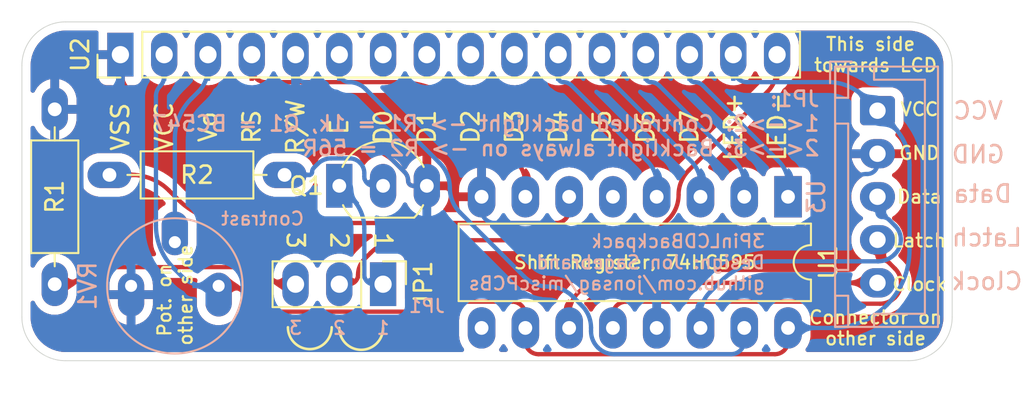
<source format=kicad_pcb>
(kicad_pcb (version 20211014) (generator pcbnew)
  (layers (0 "F.Cu" signal) (31 "B.Cu" signal) (34 "B.Paste" user) (35 "F.Paste" user) (36 "B.SilkS" user "B.Silkscreen") (37 "F.SilkS" user "F.Silkscreen") (38 "B.Mask" user) (39 "F.Mask" user) (44 "Edge.Cuts" user))
  (net 0 "")
  (net 1 "Net-(Q1-Pad2)")
  (net 2 "Net-(RV1-Pad2)")
  (net 3 "Net-(U1-Pad15)")
  (net 4 "Net-(U1-Pad7)")
  (net 5 "Net-(U1-Pad4)")
  (net 6 "Net-(U1-Pad3)")
  (net 7 "Net-(U1-Pad2)")
  (net 8 "Net-(U1-Pad1)")
  (net 9 "Net-(JP1-Pad1)")
  (net 10 "Net-(JP1-Pad2)")
  (net 11 "Net-(JP1-Pad3)")
  (net 12 "GND")
  (net 13 "VCC")
  (net 16 "Net-(U1-Pad11)")
  (net 17 "Net-(U1-Pad12)")
  (net 18 "Net-(U1-Pad14)")
  (net 23 "Net-(R2-Pad1)")
  (footprint "My_Misc:TO-92_Inline_Wide_large" (layer "F.Cu") (at 149.86 61.595)
    (fp_text reference "Q1")
    (fp_text value "BC547")
  )
  (footprint "My_Misc:DIP-16_W7.62mm_LongPads w socket" (layer "F.Cu") (at 175.895 62.23 -90)
    (fp_text reference "U1")
    (fp_text value "74HC595")
  )
  (footprint "My_Parts:LCD_HD44780_16x2_w_headers_no outlinelarge" (layer "F.Cu") (at 137.16 53.975)
    (fp_text reference "U2")
    (fp_text value "LCD_HD44780" hide)
  )
  (footprint "My_Misc:R_Axial_DIN0207_L6.3mm_D2.5mm_P10.16mm_Horizontal_larger_pads" (layer "F.Cu") (at 133.35 57.15 -90)
    (fp_text reference "R1")
    (fp_text value "56R" hide)
  )
  (footprint "My_Misc:R_Axial_DIN0207_L6.3mm_D2.5mm_P10.16mm_Horizontal_larger_pads" (layer "F.Cu") (at 136.525 60.96)
    (fp_text reference "R2")
    (fp_text value "1k")
  )
  (footprint "My_Parts:Angled_Jumper_1x03_P2.54mm_large" (layer "F.Cu") (at 152.4 67.31 -90)
    (fp_text reference "JP1")
    (fp_text value "Backlight control")
  )
  (footprint "My_Misc:Potentiometer_Bourns_3339P_Vertical_large" (layer "B.Cu") (at 142.86 67.4065 -90)
    (fp_text reference "RV1")
    (fp_text value "10k")
  )
  (footprint "My_Headers:5-pin JST LiquidCrystal595" (layer "B.Cu") (at 181.085 57.23 -90)
    (fp_text reference "U3")
    (fp_text value "5-pin_LiquidCrystal595_connector" hide)
  )
  (gr_line (start 131.445 69.215) (end 131.445 54.61) (layer "Edge.Cuts") (width 0.05))
  (gr_arc (start 133.985 71.755) (mid 132.188949 71.011051) (end 131.445 69.215) (layer "Edge.Cuts") (width 0.05))
  (gr_line (start 133.985 52.07) (end 182.88 52.07) (layer "Edge.Cuts") (width 0.05))
  (gr_arc (start 185.42 69.215) (mid 184.676051 71.011051) (end 182.88 71.755) (layer "Edge.Cuts") (width 0.05))
  (gr_line (start 182.88 71.755) (end 181.61 71.755) (layer "Edge.Cuts") (width 0.05))
  (gr_line (start 185.42 69.215) (end 185.42 54.61) (layer "Edge.Cuts") (width 0.05))
  (gr_line (start 181.61 71.755) (end 133.985 71.755) (layer "Edge.Cuts") (width 0.05))
  (gr_arc (start 131.445 54.61) (mid 132.188949 52.813949) (end 133.985 52.07) (layer "Edge.Cuts") (width 0.05))
  (gr_arc (start 182.88 52.07) (mid 184.676051 52.813949) (end 185.42 54.61) (layer "Edge.Cuts") (width 0.05))
  (gr_text "2" (at 149.86 69.85) (layer "B.SilkS") (effects (font (size 0.762 0.762) (thickness 0.127)) (justify mirror)))
  (gr_text "3" (at 147.32 69.85) (layer "B.SilkS") (effects (font (size 0.762 0.762) (thickness 0.127)) (justify mirror)))
  (gr_text "Contrast" (at 145.415 63.5) (layer "B.SilkS") (effects (font (size 0.762 0.762) (thickness 0.127)) (justify mirror)))
  (gr_text "JP1" (at 154.94 68.58) (layer "B.SilkS") (effects (font (size 0.762 0.762) (thickness 0.127)) (justify mirror)))
  (gr_text "3PinLCDBackpack\nDesign: Jon Sagebrand\ngithub.com/jonsag/miscPCBs" (at 174.625 66.04) (layer "B.SilkS") (effects (font (size 0.762 0.762) (thickness 0.127)) (justify left mirror)))
  (gr_text "1" (at 152.4 69.85) (layer "B.SilkS") (effects (font (size 0.762 0.762) (thickness 0.127)) (justify mirror)))
  (gr_text "JP1:\n1<->2: Controlled backlight -> R1 = 1k, Q1 = BC547\n2<->3: Backlight always on -> R2 = 56R" (at 177.8 57.979996) (layer "B.SilkS") (effects (font (size 0.889 0.889)) (justify left mirror)))
  (gr_text "Clock" (at 183.515 67.31) (layer "F.SilkS") (effects (font (size 0.762 0.762) (thickness 0.127))))
  (gr_text "Data" (at 183.515 62.23) (layer "F.SilkS") (effects (font (size 0.762 0.762) (thickness 0.127))))
  (gr_text "Latch" (at 183.515 64.77) (layer "F.SilkS") (effects (font (size 0.762 0.762) (thickness 0.127))))
  (gr_text "VCC" (at 183.515 57.15) (layer "F.SilkS") (effects (font (size 0.762 0.762) (thickness 0.127))))
  (gr_text "Shift Register, 74HC595" (at 167.005 66.04) (layer "F.SilkS") (effects (font (size 0.762 0.762) (thickness 0.127))))
  (gr_text "Pot. on \nother side" (at 140.335 67.945 90) (layer "F.SilkS") (effects (font (size 0.762 0.762) (thickness 0.127))))
  (gr_text "GND" (at 183.515 59.69) (layer "F.SilkS") (effects (font (size 0.762 0.762) (thickness 0.127))))
  (gr_text "Connector on\nother side" (at 180.975 69.85) (layer "F.SilkS") (effects (font (size 0.762 0.762) (thickness 0.127))))
  (gr_text "This side \ntowards LCD" (at 180.975 53.975) (layer "F.SilkS") (effects (font (size 0.762 0.762) (thickness 0.127))))
  (segment (start 151.3127 61.05135) (end 151.3127 60.86691) (width 0.25) (layer "B.Cu") (net 1))
  (segment (start 148.390396 60.538503) (end 148.60475 60.32415) (width 0.25) (layer "B.Cu") (net 1))
  (segment (start 151.85635 61.595) (end 152.4 61.595) (width 0.25) (layer "B.Cu") (net 1))
  (segment (start 150.445489 59.9997) (end 149.388041 59.9997) (width 0.25) (layer "B.Cu") (net 1))
  (segment (start 148.1246 60.96) (end 146.685 60.96) (width 0.25) (layer "B.Cu") (net 1))
  (arc (start 149.388041 59.9997) (mid 148.964127 60.084021) (end 148.60475 60.32415) (width 0.25) (layer "B.Cu") (net 1))
  (arc (start 148.2803 60.8043) (mid 148.234696 60.914396) (end 148.1246 60.96) (width 0.25) (layer "B.Cu") (net 1))
  (arc (start 151.3127 61.05135) (mid 151.471931 61.435768) (end 151.85635 61.595) (width 0.25) (layer "B.Cu") (net 1))
  (arc (start 151.0587 60.2537) (mid 150.777356 60.065712) (end 150.445489 59.9997) (width 0.25) (layer "B.Cu") (net 1))
  (arc (start 151.0587 60.2537) (mid 151.246687 60.535043) (end 151.3127 60.86691) (width 0.25) (layer "B.Cu") (net 1))
  (arc (start 148.390396 60.538503) (mid 148.308913 60.660451) (end 148.2803 60.8043) (width 0.25) (layer "B.Cu") (net 1))
  (segment (start 140.32 58.847945) (end 140.32 64.8665) (width 0.25) (layer "B.Cu") (net 2))
  (segment (start 141.675976 56.134323) (end 141.28 56.5303) (width 0.25) (layer "B.Cu") (net 2))
  (segment (start 142.24 54.77265) (end 142.24 53.975) (width 0.25) (layer "B.Cu") (net 2))
  (arc (start 141.28 56.5303) (mid 140.569495 57.593644) (end 140.32 58.847945) (width 0.25) (layer "B.Cu") (net 2))
  (arc (start 142.24 54.77265) (mid 142.093414 55.509582) (end 141.675976 56.134323) (width 0.25) (layer "B.Cu") (net 2))
  (segment (start 164.465 70.031636) (end 164.465 69.83675) (width 0.25) (layer "B.Cu") (net 3))
  (segment (start 155.674553 60.263153) (end 151.37828 55.96688) (width 0.25) (layer "B.Cu") (net 3))
  (segment (start 156.869846 63.148846) (end 160.58226 66.86126) (width 0.25) (layer "B.Cu") (net 3))
  (segment (start 163.413839 68.034139) (end 163.933644 68.553944) (width 0.25) (layer "B.Cu") (net 3))
  (segment (start 149.86 55.00945) (end 149.86 53.975) (width 0.25) (layer "B.Cu") (net 3))
  (segment (start 172.59235 71.3753) (end 165.808663 71.3753) (width 0.25) (layer "B.Cu") (net 3))
  (segment (start 173.355 70.61265) (end 173.355 69.85) (width 0.25) (layer "B.Cu") (net 3))
  (arc (start 163.933644 68.553944) (mid 164.326905 69.1425) (end 164.465 69.83675) (width 0.25) (layer "B.Cu") (net 3))
  (arc (start 151.37828 55.96688) (mid 150.939007 55.673367) (end 150.42085 55.5703) (width 0.25) (layer "B.Cu") (net 3))
  (arc (start 164.85855 70.98175) (mid 165.294465 71.273019) (end 165.808663 71.3753) (width 0.25) (layer "B.Cu") (net 3))
  (arc (start 149.86 55.00945) (mid 150.024269 55.40603) (end 150.42085 55.5703) (width 0.25) (layer "B.Cu") (net 3))
  (arc (start 164.465 70.031636) (mid 164.56728 70.545834) (end 164.85855 70.98175) (width 0.25) (layer "B.Cu") (net 3))
  (arc (start 160.58226 66.86126) (mid 161.23183 67.295289) (end 161.99805 67.4477) (width 0.25) (layer "B.Cu") (net 3))
  (arc (start 173.355 70.61265) (mid 173.131624 71.151924) (end 172.59235 71.3753) (width 0.25) (layer "B.Cu") (net 3))
  (arc (start 163.413839 68.034139) (mid 162.764269 67.60011) (end 161.99805 67.4477) (width 0.25) (layer "B.Cu") (net 3))
  (arc (start 155.674553 60.263153) (mid 156.116876 60.925136) (end 156.2722 61.706) (width 0.25) (layer "B.Cu") (net 3))
  (arc (start 156.2722 61.706) (mid 156.427523 62.486862) (end 156.869846 63.148846) (width 0.25) (layer "B.Cu") (net 3))
  (segment (start 160.655 61.46735) (end 160.655 62.23) (width 0.25) (layer "F.Cu") (net 4))
  (segment (start 145.57765 55.5703) (end 153.266636 55.5703) (width 0.25) (layer "F.Cu") (net 4))
  (segment (start 144.78 54.77265) (end 144.78 53.975) (width 0.25) (layer "F.Cu") (net 4))
  (segment (start 160.115725 60.165425) (end 157.114392 57.164092) (width 0.25) (layer "F.Cu") (net 4))
  (arc (start 144.78 54.77265) (mid 145.013626 55.336673) (end 145.57765 55.5703) (width 0.25) (layer "F.Cu") (net 4))
  (arc (start 157.114392 57.164092) (mid 155.349026 55.984513) (end 153.266636 55.5703) (width 0.25) (layer "F.Cu") (net 4))
  (arc (start 160.115725 60.165425) (mid 160.514846 60.762753) (end 160.655 61.46735) (width 0.25) (layer "F.Cu") (net 4))
  (segment (start 162.56 55.28) (end 162.56 53.975) (width 0.25) (layer "B.Cu") (net 5))
  (segment (start 167.735725 60.165425) (end 163.345873 55.775573) (width 0.25) (layer "B.Cu") (net 5))
  (segment (start 168.275 61.46735) (end 168.275 62.23) (width 0.25) (layer "B.Cu") (net 5))
  (arc (start 163.345873 55.775573) (mid 163.118502 55.623648) (end 162.8503 55.5703) (width 0.25) (layer "B.Cu") (net 5))
  (arc (start 162.56 55.28) (mid 162.645026 55.485273) (end 162.8503 55.5703) (width 0.25) (layer "B.Cu") (net 5))
  (arc (start 167.735725 60.165425) (mid 168.134846 60.762753) (end 168.275 61.46735) (width 0.25) (layer "B.Cu") (net 5))
  (segment (start 165.1 55.28) (end 165.1 53.975) (width 0.25) (layer "B.Cu") (net 6))
  (segment (start 170.275725 60.165425) (end 165.885873 55.775573) (width 0.25) (layer "B.Cu") (net 6))
  (segment (start 170.815 61.46735) (end 170.815 62.23) (width 0.25) (layer "B.Cu") (net 6))
  (arc (start 165.885873 55.775573) (mid 165.658502 55.623648) (end 165.3903 55.5703) (width 0.25) (layer "B.Cu") (net 6))
  (arc (start 170.275725 60.165425) (mid 170.674846 60.762753) (end 170.815 61.46735) (width 0.25) (layer "B.Cu") (net 6))
  (arc (start 165.1 55.28) (mid 165.185026 55.485273) (end 165.3903 55.5703) (width 0.25) (layer "B.Cu") (net 6))
  (segment (start 172.815725 60.165425) (end 168.425873 55.775573) (width 0.25) (layer "B.Cu") (net 7))
  (segment (start 173.355 61.46735) (end 173.355 62.23) (width 0.25) (layer "B.Cu") (net 7))
  (segment (start 167.64 55.28) (end 167.64 53.975) (width 0.25) (layer "B.Cu") (net 7))
  (arc (start 167.64 55.28) (mid 167.725026 55.485273) (end 167.9303 55.5703) (width 0.25) (layer "B.Cu") (net 7))
  (arc (start 172.815725 60.165425) (mid 173.214846 60.762753) (end 173.355 61.46735) (width 0.25) (layer "B.Cu") (net 7))
  (arc (start 168.425873 55.775573) (mid 168.198502 55.623648) (end 167.9303 55.5703) (width 0.25) (layer "B.Cu") (net 7))
  (segment (start 175.895 61.46735) (end 175.895 62.23) (width 0.25) (layer "B.Cu") (net 8))
  (segment (start 175.355725 60.165425) (end 170.965873 55.775573) (width 0.25) (layer "B.Cu") (net 8))
  (segment (start 170.18 55.28) (end 170.18 53.975) (width 0.25) (layer "B.Cu") (net 8))
  (arc (start 175.355725 60.165425) (mid 175.754846 60.762753) (end 175.895 61.46735) (width 0.25) (layer "B.Cu") (net 8))
  (arc (start 170.18 55.28) (mid 170.265026 55.485273) (end 170.4703 55.5703) (width 0.25) (layer "B.Cu") (net 8))
  (arc (start 170.965873 55.775573) (mid 170.738502 55.623648) (end 170.4703 55.5703) (width 0.25) (layer "B.Cu") (net 8))
  (segment (start 151.85635 67.31) (end 152.4 67.31) (width 0.25) (layer "B.Cu") (net 9))
  (segment (start 150.58635 62.32135) (end 149.86 61.595) (width 0.25) (layer "B.Cu") (net 9))
  (segment (start 151.3127 66.76635) (end 151.3127 64.074914) (width 0.25) (layer "B.Cu") (net 9))
  (arc (start 151.3127 66.76635) (mid 151.471931 67.150768) (end 151.85635 67.31) (width 0.25) (layer "B.Cu") (net 9))
  (arc (start 150.58635 62.32135) (mid 151.123927 63.125892) (end 151.3127 64.074914) (width 0.25) (layer "B.Cu") (net 9))
  (segment (start 175.26 54.77265) (end 175.26 53.975) (width 0.25) (layer "F.Cu") (net 10))
  (segment (start 151.680549 65.489449) (end 151.331718 65.838281) (width 0.25) (layer "F.Cu") (net 10))
  (segment (start 150.40365 67.31) (end 149.86 67.31) (width 0.25) (layer "F.Cu") (net 10))
  (segment (start 174.695976 56.134323) (end 170.134479 60.69582) (width 0.25) (layer "F.Cu") (net 10))
  (segment (start 168.643199 63.854399) (end 168.95552 63.542079) (width 0.25) (layer "F.Cu") (net 10))
  (segment (start 153.450772 64.7562) (end 166.466062 64.7562) (width 0.25) (layer "F.Cu") (net 10))
  (arc (start 150.9473 66.76635) (mid 150.788068 67.150768) (end 150.40365 67.31) (width 0.25) (layer "F.Cu") (net 10))
  (arc (start 151.331718 65.838281) (mid 151.047206 66.264082) (end 150.9473 66.76635) (width 0.25) (layer "F.Cu") (net 10))
  (arc (start 170.134479 60.69582) (mid 169.6982 61.348757) (end 169.545 62.11895) (width 0.25) (layer "F.Cu") (net 10))
  (arc (start 175.26 54.77265) (mid 175.113414 55.509582) (end 174.695976 56.134323) (width 0.25) (layer "F.Cu") (net 10))
  (arc (start 169.545 62.11895) (mid 169.391799 62.889142) (end 168.95552 63.542079) (width 0.25) (layer "F.Cu") (net 10))
  (arc (start 153.450772 64.7562) (mid 152.492734 64.946765) (end 151.680549 65.489449) (width 0.25) (layer "F.Cu") (net 10))
  (arc (start 168.643199 63.854399) (mid 167.64432 64.521829) (end 166.466062 64.7562) (width 0.25) (layer "F.Cu") (net 10))
  (segment (start 144.541127 66.3191) (end 136.128872 66.3191) (width 0.25) (layer "F.Cu") (net 11))
  (segment (start 146.77635 67.31) (end 147.32 67.31) (width 0.25) (layer "F.Cu") (net 11))
  (segment (start 145.848281 66.925581) (end 145.73725 66.81455) (width 0.25) (layer "F.Cu") (net 11))
  (segment (start 133.89365 67.31) (end 133.35 67.31) (width 0.25) (layer "F.Cu") (net 11))
  (segment (start 134.821718 66.925581) (end 134.93275 66.81455) (width 0.25) (layer "F.Cu") (net 11))
  (arc (start 145.73725 66.81455) (mid 145.188464 66.447863) (end 144.541127 66.3191) (width 0.25) (layer "F.Cu") (net 11))
  (arc (start 134.821718 66.925581) (mid 134.395916 67.210092) (end 133.89365 67.31) (width 0.25) (layer "F.Cu") (net 11))
  (arc (start 145.848281 66.925581) (mid 146.274082 67.210092) (end 146.77635 67.31) (width 0.25) (layer "F.Cu") (net 11))
  (arc (start 136.128872 66.3191) (mid 135.481535 66.447863) (end 134.93275 66.81455) (width 0.25) (layer "F.Cu") (net 11))
  (segment (start 151.119451 59.3992) (end 143.242863 59.3992) (width 0.25) (layer "F.Cu") (net 12))
  (segment (start 139.395107 57.805407) (end 137.724023 56.134323) (width 0.25) (layer "F.Cu") (net 12))
  (segment (start 137.16 54.77265) (end 137.16 53.975) (width 0.25) (layer "F.Cu") (net 12))
  (segment (start 155.48365 61.595) (end 155.578287 61.595) (width 0.25) (layer "F.Cu") (net 12))
  (segment (start 153.05215 60.19975) (end 153.642441 60.790041) (width 0.25) (layer "F.Cu") (net 12))
  (segment (start 155.48365 61.595) (end 154.39635 61.595) (width 0.25) (layer "F.Cu") (net 12))
  (segment (start 154.39635 61.595) (end 154.15005 61.595) (width 0.25) (layer "F.Cu") (net 12))
  (segment (start 157.111312 62.23) (end 158.115 62.23) (width 0.25) (layer "F.Cu") (net 12))
  (arc (start 139.395107 57.805407) (mid 141.160472 58.984986) (end 143.242863 59.3992) (width 0.25) (layer "F.Cu") (net 12))
  (arc (start 156.3448 61.9125) (mid 156.696478 62.147484) (end 157.111312 62.23) (width 0.25) (layer "F.Cu") (net 12))
  (arc (start 153.642441 60.790041) (mid 153.798055 61.022934) (end 153.8527 61.29765) (width 0.25) (layer "F.Cu") (net 12))
  (arc (start 137.16 54.77265) (mid 137.306584 55.509582) (end 137.724023 56.134323) (width 0.25) (layer "F.Cu") (net 12))
  (arc (start 153.05215 60.19975) (mid 152.16542 59.607256) (end 151.119451 59.3992) (width 0.25) (layer "F.Cu") (net 12))
  (arc (start 153.8527 61.29765) (mid 153.939791 61.507908) (end 154.15005 61.595) (width 0.25) (layer "F.Cu") (net 12))
  (arc (start 156.3448 61.9125) (mid 155.99312 61.677515) (end 155.578287 61.595) (width 0.25) (layer "F.Cu") (net 12))
  (segment (start 153.642441 60.790041) (end 148.812563 55.960163) (width 0.25) (layer "B.Cu") (net 12))
  (segment (start 154.15005 61.595) (end 154.94 61.595) (width 0.25) (layer "B.Cu") (net 12))
  (segment (start 134.6657 57.15) (end 135.1225 57.15) (width 0.25) (layer "B.Cu") (net 12))
  (segment (start 168.275 69.08735) (end 168.275 69.85) (width 0.25) (layer "B.Cu") (net 12))
  (segment (start 168.814274 67.785424) (end 170.626166 65.973533) (width 0.25) (layer "B.Cu") (net 12))
  (segment (start 161.451636 63.7553) (end 158.87765 63.7553) (width 0.25) (layer "B.Cu") (net 12))
  (segment (start 135.822908 56.907391) (end 136.595976 56.134323) (width 0.25) (layer "B.Cu") (net 12))
  (segment (start 177.822133 62.992866) (end 179.494168 61.320831) (width 0.25) (layer "B.Cu") (net 12))
  (segment (start 135.2372 57.15) (end 135.1225 57.15) (width 0.25) (layer "B.Cu") (net 12))
  (segment (start 134.6657 57.15) (end 134.2089 57.15) (width 0.25) (layer "B.Cu") (net 12))
  (segment (start 136.33705 64.87625) (end 137.395581 65.934781) (width 0.25) (layer "B.Cu") (net 12))
  (segment (start 167.735725 67.785425) (end 165.299392 65.349092) (width 0.25) (layer "B.Cu") (net 12))
  (segment (start 134.8941 61.39266) (end 134.8941 57.3784) (width 0.25) (layer "B.Cu") (net 12))
  (segment (start 158.115 62.99265) (end 158.115 62.23) (width 0.25) (layer "B.Cu") (net 12))
  (segment (start 137.78 66.86285) (end 137.78 67.4065) (width 0.25) (layer "B.Cu") (net 12))
  (segment (start 147.32 55.01895) (end 147.32 53.975) (width 0.25) (layer "B.Cu") (net 12))
  (segment (start 137.16 54.77265) (end 137.16 53.975) (width 0.25) (layer "B.Cu") (net 12))
  (segment (start 134.2089 57.15) (end 133.35 57.15) (width 0.25) (layer "B.Cu") (net 12))
  (segment (start 181.085 60.31765) (end 181.085 59.73) (width 0.25) (layer "B.Cu") (net 12))
  (arc (start 167.735725 67.785425) (mid 168.274999 68.008799) (end 168.814274 67.785424) (width 0.25) (layer "B.Cu") (net 12))
  (arc (start 158.115 62.99265) (mid 158.338375 63.531924) (end 158.87765 63.7553) (width 0.25) (layer "B.Cu") (net 12))
  (arc (start 134.8941 61.39266) (mid 135.26911 63.277965) (end 136.33705 64.87625) (width 0.25) (layer "B.Cu") (net 12))
  (arc (start 137.395581 65.934781) (mid 137.680092 66.360582) (end 137.78 66.86285) (width 0.25) (layer "B.Cu") (net 12))
  (arc (start 148.812563 55.960163) (mid 148.38073 55.671622) (end 147.87135 55.5703) (width 0.25) (layer "B.Cu") (net 12))
  (arc (start 135.822908 56.907391) (mid 135.554182 57.086947) (end 135.2372 57.15) (width 0.25) (layer "B.Cu") (net 12))
  (arc (start 181.085 60.31765) (mid 180.912881 60.733181) (end 180.49735 60.9053) (width 0.25) (layer "B.Cu") (net 12))
  (arc (start 180.49735 60.9053) (mid 179.954432 61.013292) (end 179.494168 61.320831) (width 0.25) (layer "B.Cu") (net 12))
  (arc (start 177.822133 62.992866) (mid 176.171364 64.095874) (end 174.22415 64.4832) (width 0.25) (layer "B.Cu") (net 12))
  (arc (start 134.8941 57.3784) (mid 134.827203 57.216896) (end 134.6657 57.15) (width 0.25) (layer "B.Cu") (net 12))
  (arc (start 153.8527 61.29765) (mid 153.939791 61.507908) (end 154.15005 61.595) (width 0.25) (layer "B.Cu") (net 12))
  (arc (start 137.16 54.77265) (mid 137.013414 55.509582) (end 136.595976 56.134323) (width 0.25) (layer "B.Cu") (net 12))
  (arc (start 135.1225 57.15) (mid 134.960996 57.216896) (end 134.8941 57.3784) (width 0.25) (layer "B.Cu") (net 12))
  (arc (start 153.642441 60.790041) (mid 153.798055 61.022934) (end 153.8527 61.29765) (width 0.25) (layer "B.Cu") (net 12))
  (arc (start 168.814274 67.785424) (mid 168.415152 68.382753) (end 168.275 69.08735) (width 0.25) (layer "B.Cu") (net 12))
  (arc (start 174.22415 64.4832) (mid 172.276935 64.870524) (end 170.626166 65.973533) (width 0.25) (layer "B.Cu") (net 12))
  (arc (start 168.275 69.08735) (mid 168.134846 68.382753) (end 167.735725 67.785425) (width 0.25) (layer "B.Cu") (net 12))
  (arc (start 165.299392 65.349092) (mid 163.534026 64.169513) (end 161.451636 63.7553) (width 0.25) (layer "B.Cu") (net 12))
  (arc (start 147.32 55.01895) (mid 147.481486 55.408813) (end 147.87135 55.5703) (width 0.25) (layer "B.Cu") (net 12))
  (segment (start 155.912616 68.3247) (end 159.89235 68.3247) (width 0.25) (layer "F.Cu") (net 13))
  (segment (start 160.655 69.08735) (end 160.655 70.61265) (width 0.25) (layer "F.Cu") (net 13))
  (segment (start 144.331718 67.790918) (end 144.69675 68.15595) (width 0.25) (layer "F.Cu") (net 13))
  (segment (start 143.40365 67.4065) (end 142.86 67.4065) (width 0.25) (layer "F.Cu") (net 13))
  (segment (start 175.895 70.61265) (end 175.895 69.85) (width 0.25) (layer "F.Cu") (net 13))
  (segment (start 154.510683 68.9054) (end 146.506082 68.9054) (width 0.25) (layer "F.Cu") (net 13))
  (segment (start 175.13235 71.3753) (end 161.41765 71.3753) (width 0.25) (layer "F.Cu") (net 13))
  (arc (start 160.655 70.61265) (mid 160.878375 71.151924) (end 161.41765 71.3753) (width 0.25) (layer "F.Cu") (net 13))
  (arc (start 144.69675 68.15595) (mid 145.526878 68.710624) (end 146.506082 68.9054) (width 0.25) (layer "F.Cu") (net 13))
  (arc (start 175.895 70.61265) (mid 175.671624 71.151924) (end 175.13235 71.3753) (width 0.25) (layer "F.Cu") (net 13))
  (arc (start 155.912616 68.3247) (mid 155.533256 68.400159) (end 155.21165 68.61505) (width 0.25) (layer "F.Cu") (net 13))
  (arc (start 155.21165 68.61505) (mid 154.890043 68.82994) (end 154.510683 68.9054) (width 0.25) (layer "F.Cu") (net 13))
  (arc (start 160.655 69.08735) (mid 160.431624 68.548075) (end 159.89235 68.3247) (width 0.25) (layer "F.Cu") (net 13))
  (arc (start 144.331718 67.790918) (mid 143.905916 67.506406) (end 143.40365 67.4065) (width 0.25) (layer "F.Cu") (net 13))
  (segment (start 140.719219 66.847319) (end 140.2509 66.379) (width 0.25) (layer "B.Cu") (net 13))
  (segment (start 178.419837 69.85) (end 175.895 69.85) (width 0.25) (layer "B.Cu") (net 13))
  (segment (start 181.91485 58.05985) (end 182.01425 58.15925) (width 0.25) (layer "B.Cu") (net 13))
  (segment (start 180.25515 56.40015) (end 181.91485 58.05985) (width 0.25) (layer "B.Cu") (net 13))
  (segment (start 182.9435 65.326337) (end 182.9435 60.402657) (width 0.25) (layer "B.Cu") (net 13))
  (segment (start 172.72 54.77265) (end 172.72 53.975) (width 0.25) (layer "B.Cu") (net 13))
  (segment (start 139.2234 63.898395) (end 139.2234 56.383907) (width 0.25) (layer "B.Cu") (net 13))
  (segment (start 142.0692 67.4065) (end 142.86 67.4065) (width 0.25) (layer "B.Cu") (net 13))
  (segment (start 178.251714 55.5703) (end 173.51765 55.5703) (width 0.25) (layer "B.Cu") (net 13))
  (segment (start 139.7 55.233292) (end 139.7 53.975) (width 0.25) (layer "B.Cu") (net 13))
  (arc (start 181.61855 68.52505) (mid 180.150968 69.505656) (end 178.419837 69.85) (width 0.25) (layer "B.Cu") (net 13))
  (arc (start 140.719219 66.847319) (mid 141.338595 67.261173) (end 142.0692 67.4065) (width 0.25) (layer "B.Cu") (net 13))
  (arc (start 182.9435 65.326337) (mid 182.599156 67.057468) (end 181.61855 68.52505) (width 0.25) (layer "B.Cu") (net 13))
  (arc (start 180.25515 56.40015) (mid 179.335965 55.78597) (end 178.251714 55.5703) (width 0.25) (layer "B.Cu") (net 13))
  (arc (start 139.4617 55.8086) (mid 139.285332 56.072553) (end 139.2234 56.383907) (width 0.25) (layer "B.Cu") (net 13))
  (arc (start 139.2234 63.898395) (mid 139.490438 65.240888) (end 140.2509 66.379) (width 0.25) (layer "B.Cu") (net 13))
  (arc (start 139.7 55.233292) (mid 139.638067 55.544646) (end 139.4617 55.8086) (width 0.25) (layer "B.Cu") (net 13))
  (arc (start 182.01425 58.15925) (mid 182.701995 59.188534) (end 182.9435 60.402657) (width 0.25) (layer "B.Cu") (net 13))
  (arc (start 172.72 54.77265) (mid 172.953626 55.336673) (end 173.51765 55.5703) (width 0.25) (layer "B.Cu") (net 13))
  (segment (start 180.41435 67.23) (end 179.07305 67.23) (width 0.25) (layer "F.Cu") (net 16))
  (segment (start 163.195 69.08735) (end 163.195 69.85) (width 0.25) (layer "F.Cu") (net 16))
  (segment (start 180.41435 67.23) (end 181.085 67.23) (width 0.25) (layer "F.Cu") (net 16))
  (segment (start 165.063769 67.23) (end 179.07305 67.23) (width 0.25) (layer "F.Cu") (net 16))
  (segment (start 163.742349 67.777349) (end 163.734274 67.785425) (width 0.25) (layer "F.Cu") (net 16))
  (arc (start 165.063769 67.23) (mid 164.348622 67.372251) (end 163.742349 67.777349) (width 0.25) (layer "F.Cu") (net 16))
  (arc (start 163.734274 67.785425) (mid 163.335152 68.382753) (end 163.195 69.08735) (width 0.25) (layer "F.Cu") (net 16))
  (segment (start 181.230208 68.4427) (end 179.945138 68.4427) (width 0.25) (layer "F.Cu") (net 17))
  (segment (start 182.103826 68.073673) (end 182.0916 68.0859) (width 0.25) (layer "F.Cu") (net 17))
  (segment (start 181.780997 66.087097) (end 182.103826 66.409926) (width 0.25) (layer "F.Cu") (net 17))
  (segment (start 165.735 69.08735) (end 165.735 69.85) (width 0.25) (layer "F.Cu") (net 17))
  (segment (start 181.085 65.6482) (end 181.085 64.73) (width 0.25) (layer "F.Cu") (net 17))
  (segment (start 179.660261 68.3247) (end 166.49765 68.3247) (width 0.25) (layer "F.Cu") (net 17))
  (arc (start 179.8027 68.3837) (mid 179.737348 68.340033) (end 179.660261 68.3247) (width 0.25) (layer "F.Cu") (net 17))
  (arc (start 182.103826 66.409926) (mid 182.358848 66.791593) (end 182.4484 67.2418) (width 0.25) (layer "F.Cu") (net 17))
  (arc (start 182.0916 68.0859) (mid 181.69639 68.34997) (end 181.230208 68.4427) (width 0.25) (layer "F.Cu") (net 17))
  (arc (start 182.4484 67.2418) (mid 182.358848 67.692006) (end 182.103826 68.073673) (width 0.25) (layer "F.Cu") (net 17))
  (arc (start 181.780997 66.087097) (mid 181.579629 65.952547) (end 181.3421 65.9053) (width 0.25) (layer "F.Cu") (net 17))
  (arc (start 166.49765 68.3247) (mid 165.958375 68.548075) (end 165.735 69.08735) (width 0.25) (layer "F.Cu") (net 17))
  (arc (start 181.085 65.6482) (mid 181.160302 65.829997) (end 181.3421 65.9053) (width 0.25) (layer "F.Cu") (net 17))
  (arc (start 179.8027 68.3837) (mid 179.868051 68.427366) (end 179.945138 68.4427) (width 0.25) (layer "F.Cu") (net 17))
  (segment (start 171.987349 67.152349) (end 171.354274 67.785425) (width 0.25) (layer "B.Cu") (net 18))
  (segment (start 182.10312 65.542579) (end 182.05355 65.59215) (width 0.25) (layer "B.Cu") (net 18))
  (segment (start 181.780997 63.587097) (end 182.10312 63.90922) (width 0.25) (layer "B.Cu") (net 18))
  (segment (start 181.085 63.1482) (end 181.085 62.23) (width 0.25) (layer "B.Cu") (net 18))
  (segment (start 174.817653 65.98) (end 181.117197 65.98) (width 0.25) (layer "B.Cu") (net 18))
  (segment (start 170.815 69.08735) (end 170.815 69.85) (width 0.25) (layer "B.Cu") (net 18))
  (arc (start 171.354274 67.785425) (mid 170.955152 68.382753) (end 170.815 69.08735) (width 0.25) (layer "B.Cu") (net 18))
  (arc (start 181.085 63.1482) (mid 181.160302 63.329997) (end 181.3421 63.4053) (width 0.25) (layer "B.Cu") (net 18))
  (arc (start 174.817653 65.98) (mid 173.285903 66.284683) (end 171.987349 67.152349) (width 0.25) (layer "B.Cu") (net 18))
  (arc (start 182.05355 65.59215) (mid 181.623947 65.879201) (end 181.117197 65.98) (width 0.25) (layer "B.Cu") (net 18))
  (arc (start 182.10312 63.90922) (mid 182.353483 64.283916) (end 182.4414 64.7259) (width 0.25) (layer "B.Cu") (net 18))
  (arc (start 181.780997 63.587097) (mid 181.579629 63.452547) (end 181.3421 63.4053) (width 0.25) (layer "B.Cu") (net 18))
  (arc (start 182.4414 64.7259) (mid 182.353483 65.167883) (end 182.10312 65.542579) (width 0.25) (layer "B.Cu") (net 18))
  (segment (start 137.7996 60.96) (end 136.525 60.96) (width 0.25) (layer "F.Cu") (net 23))
  (segment (start 139.975478 61.861278) (end 140.47185 62.35765) (width 0.25) (layer "F.Cu") (net 23))
  (segment (start 143.846075 63.7553) (end 162.43235 63.7553) (width 0.25) (layer "F.Cu") (net 23))
  (segment (start 163.195 62.99265) (end 163.195 62.23) (width 0.25) (layer "F.Cu") (net 23))
  (arc (start 163.195 62.99265) (mid 162.971624 63.531924) (end 162.43235 63.7553) (width 0.25) (layer "F.Cu") (net 23))
  (arc (start 140.47185 62.35765) (mid 142.019957 63.392062) (end 143.846075 63.7553) (width 0.25) (layer "F.Cu") (net 23))
  (arc (start 139.975478 61.861278) (mid 138.977176 61.194234) (end 137.7996 60.96) (width 0.25) (layer "F.Cu") (net 23))
  (zone (net 4) (net_name "Net-(U1-Pad7)") (layer "F.Cu") (priority 16962) (connect_pads yes (clearance 0)) (min_thickness 0.0254) (fill yes (thermal_gap 0.508) (thermal_bridge_width 0.508))
    (polygon (pts (xy 144.905 55.497) (xy 144.913887 55.317934) (xy 144.939093 55.170728) (xy 144.978431 55.04844) (xy 145.029713 54.944129) (xy 145.090754 54.850857) (xy 145.159366 54.761682) (xy 145.233364 54.669664) (xy 145.310559 54.567862) (xy 145.388767 54.449337) (xy 145.4658 54.307148) (xy 144.78 53.594) (xy 144.0942 54.307148) (xy 144.171232 54.449337) (xy 144.24944 54.567862) (xy 144.326635 54.669664) (xy 144.400633 54.761682) (xy 144.469245 54.850857) (xy 144.530286 54.944129) (xy 144.581568 55.04844) (xy 144.620906 55.170728) (xy 144.646112 55.317934) (xy 144.655 55.497)))
  )
  (zone (net 17) (net_name "Net-(U1-Pad12)") (layer "F.Cu") (priority 16962) (connect_pads yes (clearance 0)) (min_thickness 0.0254) (fill yes (thermal_gap 0.508) (thermal_bridge_width 0.508))
    (polygon (pts (xy 181.695012 65.824337) (xy 181.631909 65.748412) (xy 181.59696 65.676789) (xy 181.586156 65.608149) (xy 181.595491 65.541175) (xy 181.620957 65.474548) (xy 181.658546 65.406951) (xy 181.704253 65.337067) (xy 181.754068 65.263576) (xy 181.803986 65.185161) (xy 181.85 65.100506) (xy 181.085 64.305) (xy 180.48396 65.33104) (xy 180.594619 65.431501) (xy 180.697392 65.506595) (xy 180.794634 65.563045) (xy 180.888699 65.607579) (xy 180.981942 65.646919) (xy 181.076717 65.687792) (xy 181.17538 65.736923) (xy 181.280284 65.801036) (xy 181.393785 65.886857) (xy 181.518237 66.001112)))
  )
  (zone (net 17) (net_name "Net-(U1-Pad12)") (layer "F.Cu") (priority 16962) (connect_pads yes (clearance 0)) (min_thickness 0.0254) (fill yes (thermal_gap 0.508) (thermal_bridge_width 0.508))
    (polygon (pts (xy 165.8097 68.1997) (xy 165.714056 68.223508) (xy 165.67416 68.288131) (xy 165.676454 68.383364) (xy 165.70738 68.499005) (xy 165.753381 68.62485) (xy 165.8009 68.750694) (xy 165.836378 68.866335) (xy 165.84626 68.961568) (xy 165.816986 69.026191) (xy 165.735 69.05) (xy 165.735 70.25) (xy 166.455 69.501289) (xy 166.362677 69.352918) (xy 166.237647 69.203992) (xy 166.094491 69.058317) (xy 165.947791 68.919706) (xy 165.812127 68.791967) (xy 165.702081 68.67891) (xy 165.632234 68.584345) (xy 165.617167 68.512082) (xy 165.671462 68.46593) (xy 165.8097 68.4497)))
  )
  (zone (net 13) (net_name "VCC") (layer "F.Cu") (priority 16962) (connect_pads yes (clearance 0)) (min_thickness 0.0254) (fill yes (thermal_gap 0.508) (thermal_bridge_width 0.508))
    (polygon (pts (xy 160.5803 68.4497) (xy 160.718537 68.46593) (xy 160.772832 68.512082) (xy 160.757765 68.584345) (xy 160.687918 68.67891) (xy 160.577872 68.791967) (xy 160.442208 68.919706) (xy 160.295508 69.058317) (xy 160.152352 69.203992) (xy 160.027322 69.352918) (xy 159.935 69.501289) (xy 160.655 70.25) (xy 160.655 69.05) (xy 160.573013 69.026191) (xy 160.543739 68.961568) (xy 160.553621 68.866335) (xy 160.589099 68.750694) (xy 160.636618 68.62485) (xy 160.682619 68.499005) (xy 160.713545 68.383364) (xy 160.715839 68.288131) (xy 160.675943 68.223508) (xy 160.5803 68.1997)))
  )
  (zone (net 4) (net_name "Net-(U1-Pad7)") (layer "F.Cu") (priority 16962) (connect_pads yes (clearance 0)) (min_thickness 0.0254) (fill yes (thermal_gap 0.508) (thermal_bridge_width 0.508))
    (polygon (pts (xy 160.513791 60.740267) (xy 160.614141 60.868432) (xy 160.650893 60.983913) (xy 160.634711 61.090293) (xy 160.576258 61.191158) (xy 160.486198 61.290092) (xy 160.375193 61.390682) (xy 160.253907 61.496511) (xy 160.133004 61.611165) (xy 160.023147 61.738229) (xy 159.935 61.881289) (xy 160.655 62.63) (xy 161.220685 61.664315) (xy 161.124975 61.552625) (xy 161.060803 61.445079) (xy 161.019899 61.340256) (xy 160.993996 61.236737) (xy 160.974825 61.133102) (xy 160.954118 61.02793) (xy 160.923607 60.919803) (xy 160.875023 60.807301) (xy 160.800099 60.689003) (xy 160.690567 60.563491)))
  )
  (zone (net 23) (net_name "Net-(R2-Pad1)") (layer "F.Cu") (priority 16962) (connect_pads yes (clearance 0)) (min_thickness 0.0254) (fill yes (thermal_gap 0.508) (thermal_bridge_width 0.508))
    (polygon (pts (xy 138.047 60.835) (xy 137.867934 60.826112) (xy 137.720728 60.800906) (xy 137.59844 60.761568) (xy 137.494129 60.710286) (xy 137.400857 60.649245) (xy 137.311682 60.580633) (xy 137.219664 60.506635) (xy 137.117862 60.42944) (xy 136.999337 60.351232) (xy 136.857148 60.2742) (xy 136.144 60.96) (xy 136.857148 61.6458) (xy 136.999337 61.568767) (xy 137.117862 61.490559) (xy 137.219664 61.413364) (xy 137.311682 61.339366) (xy 137.400857 61.270754) (xy 137.494129 61.209713) (xy 137.59844 61.158431) (xy 137.720728 61.119093) (xy 137.867934 61.093887) (xy 138.047 61.085)))
  )
  (zone (net 13) (net_name "VCC") (layer "F.Cu") (priority 16962) (connect_pads yes (clearance 0)) (min_thickness 0.0254) (fill yes (thermal_gap 0.508) (thermal_bridge_width 0.508))
    (polygon (pts (xy 160.7297 71.2503) (xy 160.591462 71.234069) (xy 160.537167 71.187917) (xy 160.552234 71.115654) (xy 160.622081 71.021089) (xy 160.732127 70.908032) (xy 160.867791 70.780293) (xy 161.014491 70.641682) (xy 161.157647 70.496007) (xy 161.282677 70.347081) (xy 161.375 70.198711) (xy 160.655 69.45) (xy 160.655 70.65) (xy 160.736986 70.673808) (xy 160.76626 70.738431) (xy 160.756378 70.833664) (xy 160.7209 70.949305) (xy 160.673381 71.07515) (xy 160.62738 71.200994) (xy 160.596454 71.316635) (xy 160.59416 71.411868) (xy 160.634056 71.476491) (xy 160.7297 71.5003)))
  )
  (zone (net 0) (net_name "") (layers F&B.Cu) (connect_pads (clearance 0.508)) (min_thickness 0.254) (fill yes (thermal_gap 0.508) (thermal_bridge_width 0.508))
    (polygon (pts (xy 186.69 73.025) (xy 130.175 73.025) (xy 130.175 50.8) (xy 186.69 50.8)))
  )
  (zone (net 13) (net_name "VCC") (layer "F.Cu") (priority 16962) (connect_pads yes (clearance 0)) (min_thickness 0.0254) (fill yes (thermal_gap 0.508) (thermal_bridge_width 0.508))
    (polygon (pts (xy 175.8203 71.5003) (xy 175.915943 71.476491) (xy 175.955839 71.411868) (xy 175.953545 71.316635) (xy 175.922619 71.200994) (xy 175.876618 71.07515) (xy 175.829099 70.949305) (xy 175.793621 70.833664) (xy 175.783739 70.738431) (xy 175.813013 70.673808) (xy 175.895 70.65) (xy 175.895 69.45) (xy 175.175 70.198711) (xy 175.267322 70.347081) (xy 175.392352 70.496007) (xy 175.535508 70.641682) (xy 175.682208 70.780293) (xy 175.817872 70.908032) (xy 175.927918 71.021089) (xy 175.997765 71.115654) (xy 176.012832 71.187917) (xy 175.958537 71.234069) (xy 175.8203 71.2503)))
  )
  (zone (net 12) (net_name "GND") (layers F&B.Cu) (connect_pads (clearance 0.508)) (min_thickness 0.254) (fill yes (thermal_gap 0.508) (thermal_bridge_width 0.508))
    (polygon (pts (xy 186.055 72.39) (xy 130.81 72.39) (xy 130.81 51.435) (xy 186.055 51.435)))
  )
  (zone (net 11) (net_name "Net-(JP1-Pad3)") (layer "F.Cu") (priority 16962) (connect_pads yes (clearance 0)) (min_thickness 0.0254) (fill yes (thermal_gap 0.508) (thermal_bridge_width 0.508))
    (polygon (pts (xy 145.829862 67.083938) (xy 145.951113 67.199968) (xy 146.058049 67.292734) (xy 146.153861 67.367665) (xy 146.241742 67.430189) (xy 146.324883 67.485736) (xy 146.406475 67.539734) (xy 146.489709 67.597612) (xy 146.577778 67.664798) (xy 146.673873 67.746723) (xy 146.781185 67.848815) (xy 147.701 67.31) (xy 146.987852 66.6242) (xy 146.871816 66.689484) (xy 146.765112 66.76353) (xy 146.665733 66.839968) (xy 146.571673 66.912431) (xy 146.480925 66.974552) (xy 146.391482 67.019963) (xy 146.301339 67.042297) (xy 146.208488 67.035186) (xy 146.110923 66.992264) (xy 146.006638 66.907162)))
  )
  (zone (net 11) (net_name "Net-(JP1-Pad3)") (layer "F.Cu") (priority 16962) (connect_pads yes (clearance 0)) (min_thickness 0.0254) (fill yes (thermal_gap 0.508) (thermal_bridge_width 0.508))
    (polygon (pts (xy 134.663362 66.907162) (xy 134.559076 66.992264) (xy 134.461511 67.035186) (xy 134.36866 67.042297) (xy 134.278517 67.019963) (xy 134.189074 66.974552) (xy 134.098326 66.912431) (xy 134.004266 66.839968) (xy 133.904887 66.76353) (xy 133.798183 66.689484) (xy 133.682148 66.6242) (xy 132.969 67.31) (xy 133.888815 67.848815) (xy 133.996126 67.746723) (xy 134.092221 67.664798) (xy 134.18029 67.597612) (xy 134.263524 67.539734) (xy 134.345116 67.485736) (xy 134.428257 67.430189) (xy 134.516138 67.367665) (xy 134.61195 67.292734) (xy 134.718886 67.199968) (xy 134.840138 67.083938)))
  )
  (zone (net 16) (net_name "Net-(U1-Pad11)") (layer "F.Cu") (priority 16962) (connect_pads yes (clearance 0)) (min_thickness 0.0254) (fill yes (thermal_gap 0.508) (thermal_bridge_width 0.508))
    (polygon (pts (xy 163.159433 68.183491) (xy 163.0499 68.309003) (xy 162.974976 68.427301) (xy 162.926392 68.539803) (xy 162.895881 68.64793) (xy 162.875174 68.753102) (xy 162.856003 68.856737) (xy 162.8301 68.960256) (xy 162.789196 69.065079) (xy 162.725024 69.172625) (xy 162.629315 69.284315) (xy 163.195 70.25) (xy 163.915 69.501289) (xy 163.826852 69.358229) (xy 163.716995 69.231165) (xy 163.596092 69.116511) (xy 163.474806 69.010682) (xy 163.363801 68.910092) (xy 163.273741 68.811158) (xy 163.215288 68.710293) (xy 163.199106 68.603913) (xy 163.235858 68.488432) (xy 163.336209 68.360267)))
  )
  (zone (net 10) (net_name "Net-(JP1-Pad2)") (layer "F.Cu") (priority 16962) (connect_pads yes (clearance 0)) (min_thickness 0.0254) (fill yes (thermal_gap 0.508) (thermal_bridge_width 0.508))
    (polygon (pts (xy 150.8223 66.8653) (xy 150.811872 66.94402) (xy 150.782424 66.982195) (xy 150.736706 66.986461) (xy 150.677467 66.963451) (xy 150.607459 66.919802) (xy 150.529433 66.862149) (xy 150.446138 66.797127) (xy 150.360325 66.731371) (xy 150.274745 66.671517) (xy 150.192148 66.6242) (xy 149.479 67.31) (xy 150.622 67.31) (xy 150.634608 67.238396) (xy 150.668831 67.187153) (xy 150.719264 67.150896) (xy 150.780505 67.124251) (xy 150.84715 67.101844) (xy 150.913794 67.078302) (xy 150.975035 67.048251) (xy 151.025468 67.006316) (xy 151.059691 66.947123) (xy 151.0723 66.8653)))
  )
  (zone (net 10) (net_name "Net-(JP1-Pad2)") (layer "F.Cu") (priority 16962) (connect_pads yes (clearance 0)) (min_thickness 0.0254) (fill yes (thermal_gap 0.508) (thermal_bridge_width 0.508))
    (polygon (pts (xy 175.385 55.497) (xy 175.393887 55.317934) (xy 175.419093 55.170728) (xy 175.458431 55.04844) (xy 175.509713 54.944129) (xy 175.570754 54.850857) (xy 175.639366 54.761682) (xy 175.713364 54.669664) (xy 175.790559 54.567862) (xy 175.868767 54.449337) (xy 175.9458 54.307148) (xy 175.26 53.594) (xy 174.5742 54.307148) (xy 174.651232 54.449337) (xy 174.72944 54.567862) (xy 174.806635 54.669664) (xy 174.880633 54.761682) (xy 174.949245 54.850857) (xy 175.010286 54.944129) (xy 175.061568 55.04844) (xy 175.100906 55.170728) (xy 175.126112 55.317934) (xy 175.135 55.497)))
  )
  (zone (net 23) (net_name "Net-(R2-Pad1)") (layer "F.Cu") (priority 16962) (connect_pads yes (clearance 0)) (min_thickness 0.0254) (fill yes (thermal_gap 0.508) (thermal_bridge_width 0.508))
    (polygon (pts (xy 163.1203 63.8803) (xy 163.215943 63.856491) (xy 163.255839 63.791868) (xy 163.253545 63.696635) (xy 163.222619 63.580994) (xy 163.176618 63.45515) (xy 163.129099 63.329305) (xy 163.093621 63.213664) (xy 163.083739 63.118431) (xy 163.113013 63.053808) (xy 163.195 63.03) (xy 163.195 61.83) (xy 162.475 62.578711) (xy 162.567322 62.727081) (xy 162.692352 62.876007) (xy 162.835508 63.021682) (xy 162.982208 63.160293) (xy 163.117872 63.288032) (xy 163.227918 63.401089) (xy 163.297765 63.495654) (xy 163.312832 63.567917) (xy 163.258537 63.614069) (xy 163.1203 63.6303)))
  )
  (zone (net 16) (net_name "Net-(U1-Pad11)") (layer "F.Cu") (priority 16962) (connect_pads yes (clearance 0)) (min_thickness 0.0254) (fill yes (thermal_gap 0.508) (thermal_bridge_width 0.508))
    (polygon (pts (xy 179.385 67.355) (xy 179.585675 67.365255) (xy 179.750297 67.394307) (xy 179.886742 67.439586) (xy 180.002886 67.498522) (xy 180.106605 67.568545) (xy 180.205775 67.647084) (xy 180.308273 67.731569) (xy 180.421974 67.81943) (xy 180.554756 67.908097) (xy 180.714494 67.995) (xy 181.51 67.23) (xy 180.714494 66.465) (xy 180.554756 66.551902) (xy 180.421974 66.640569) (xy 180.308273 66.72843) (xy 180.205775 66.812915) (xy 180.106605 66.891454) (xy 180.002886 66.961477) (xy 179.886742 67.020413) (xy 179.750297 67.065692) (xy 179.585675 67.094744) (xy 179.385 67.105)))
  )
  (zone (net 13) (net_name "VCC") (layer "F.Cu") (priority 16962) (connect_pads yes (clearance 0)) (min_thickness 0.0254) (fill yes (thermal_gap 0.508) (thermal_bridge_width 0.508))
    (polygon (pts (xy 144.350138 67.632562) (xy 144.228886 67.516531) (xy 144.12195 67.423765) (xy 144.026138 67.348834) (xy 143.938257 67.28631) (xy 143.855116 67.230763) (xy 143.773524 67.176765) (xy 143.69029 67.118887) (xy 143.602221 67.051701) (xy 143.506126 66.969776) (xy 143.398815 66.867685) (xy 142.479 67.4065) (xy 143.192148 68.0923) (xy 143.308183 68.027015) (xy 143.414887 67.952969) (xy 143.514266 67.876531) (xy 143.608326 67.804068) (xy 143.699074 67.741947) (xy 143.788517 67.696536) (xy 143.87866 67.674202) (xy 143.971511 67.681313) (xy 144.069076 67.724235) (xy 144.173362 67.809338)))
  )
  (zone (net 13) (net_name "VCC") (layer "B.Cu") (priority 16962) (connect_pads yes (clearance 0)) (min_thickness 0.0254) (fill yes (thermal_gap 0.508) (thermal_bridge_width 0.508))
    (polygon (pts (xy 172.845 55.497) (xy 172.853887 55.317934) (xy 172.879093 55.170728) (xy 172.918431 55.04844) (xy 172.969713 54.944129) (xy 173.030754 54.850857) (xy 173.099366 54.761682) (xy 173.173364 54.669664) (xy 173.250559 54.567862) (xy 173.328767 54.449337) (xy 173.4058 54.307148) (xy 172.72 53.594) (xy 172.0342 54.307148) (xy 172.111232 54.449337) (xy 172.18944 54.567862) (xy 172.266635 54.669664) (xy 172.340633 54.761682) (xy 172.409245 54.850857) (xy 172.470286 54.944129) (xy 172.521568 55.04844) (xy 172.560906 55.170728) (xy 172.586112 55.317934) (xy 172.595 55.497)))
  )
  (zone (net 13) (net_name "VCC") (layer "B.Cu") (priority 16962) (connect_pads yes (clearance 0)) (min_thickness 0.0254) (fill yes (thermal_gap 0.508) (thermal_bridge_width 0.508))
    (polygon (pts (xy 182.368398 58.336621) (xy 182.234686 58.18834) (xy 182.139721 58.052119) (xy 182.076109 57.924245) (xy 182.036461 57.801006) (xy 182.013386 57.678691) (xy 181.999492 57.553588) (xy 181.98739 57.421984) (xy 181.969689 57.280167) (xy 181.938997 57.124427) (xy 181.887924 56.951051) (xy 180.78448 56.92948) (xy 180.806051 58.032924) (xy 180.979427 58.083997) (xy 181.135167 58.114689) (xy 181.276984 58.13239) (xy 181.408588 58.144492) (xy 181.533691 58.158386) (xy 181.656006 58.181461) (xy 181.779245 58.221109) (xy 181.907119 58.284721) (xy 182.04334 58.379686) (xy 182.191621 58.513398)))
  )
  (zone (net 5) (net_name "Net-(U1-Pad4)") (layer "B.Cu") (priority 16962) (connect_pads yes (clearance 0)) (min_thickness 0.0254) (fill yes (thermal_gap 0.508) (thermal_bridge_width 0.508))
    (polygon (pts (xy 168.133791 60.740267) (xy 168.234141 60.868432) (xy 168.270893 60.983913) (xy 168.254711 61.090293) (xy 168.196258 61.191158) (xy 168.106198 61.290092) (xy 167.995193 61.390682) (xy 167.873907 61.496511) (xy 167.753004 61.611165) (xy 167.643147 61.738229) (xy 167.555 61.881289) (xy 168.275 62.63) (xy 168.840685 61.664315) (xy 168.744975 61.552625) (xy 168.680803 61.445079) (xy 168.639899 61.340256) (xy 168.613996 61.236737) (xy 168.594825 61.133102) (xy 168.574118 61.02793) (xy 168.543607 60.919803) (xy 168.495023 60.807301) (xy 168.420099 60.689003) (xy 168.310567 60.563491)))
  )
  (zone (net 13) (net_name "VCC") (layer "B.Cu") (priority 16962) (connect_pads yes (clearance 0)) (min_thickness 0.0254) (fill yes (thermal_gap 0.508) (thermal_bridge_width 0.508))
    (polygon (pts (xy 141.338 67.5315) (xy 141.517065 67.540387) (xy 141.664271 67.565593) (xy 141.786559 67.604931) (xy 141.89087 67.656213) (xy 141.984142 67.717254) (xy 142.073317 67.785866) (xy 142.165335 67.859864) (xy 142.267137 67.937059) (xy 142.385662 68.015267) (xy 142.527852 68.0923) (xy 143.241 67.4065) (xy 142.527852 66.7207) (xy 142.385662 66.797732) (xy 142.267137 66.87594) (xy 142.165335 66.953135) (xy 142.073317 67.027133) (xy 141.984142 67.095745) (xy 141.89087 67.156786) (xy 141.786559 67.208068) (xy 141.664271 67.247406) (xy 141.517065 67.272612) (xy 141.338 67.2815)))
  )
  (zone (net 9) (net_name "Net-(JP1-Pad1)") (layer "B.Cu") (priority 16962) (connect_pads yes (clearance 0)) (min_thickness 0.0254) (fill yes (thermal_gap 0.508) (thermal_bridge_width 0.508))
    (polygon (pts (xy 151.024604 62.582828) (xy 150.90427 62.449925) (xy 150.818003 62.328011) (xy 150.759348 62.213724) (xy 150.721852 62.103704) (xy 150.69906 61.994588) (xy 150.68452 61.883016) (xy 150.671778 61.765625) (xy 150.654379 61.639055) (xy 150.62587 61.499944) (xy 150.579798 61.344931) (xy 149.590593 61.325593) (xy 149.609931 62.314798) (xy 149.764944 62.36087) (xy 149.904055 62.389379) (xy 150.030625 62.406778) (xy 150.148016 62.41952) (xy 150.259588 62.43406) (xy 150.368704 62.456852) (xy 150.478724 62.494348) (xy 150.593011 62.553003) (xy 150.714925 62.63927) (xy 150.847828 62.759604)))
  )
  (zone (net 2) (net_name "Net-(RV1-Pad2)") (layer "B.Cu") (priority 16962) (connect_pads yes (clearance 0)) (min_thickness 0.0254) (fill yes (thermal_gap 0.508) (thermal_bridge_width 0.508))
    (polygon (pts (xy 142.365 55.497) (xy 142.373887 55.317934) (xy 142.399093 55.170728) (xy 142.438431 55.04844) (xy 142.489713 54.944129) (xy 142.550754 54.850857) (xy 142.619366 54.761682) (xy 142.693364 54.669664) (xy 142.770559 54.567862) (xy 142.848767 54.449337) (xy 142.9258 54.307148) (xy 142.24 53.594) (xy 141.5542 54.307148) (xy 141.631232 54.449337) (xy 141.70944 54.567862) (xy 141.786635 54.669664) (xy 141.860633 54.761682) (xy 141.929245 54.850857) (xy 141.990286 54.944129) (xy 142.041568 55.04844) (xy 142.080906 55.170728) (xy 142.106112 55.317934) (xy 142.115 55.497)))
  )
  (zone (net 3) (net_name "Net-(U1-Pad15)") (layer "B.Cu") (priority 16962) (connect_pads yes (clearance 0)) (min_thickness 0.0254) (fill yes (thermal_gap 0.508) (thermal_bridge_width 0.508))
    (polygon (pts (xy 173.2803 71.5003) (xy 173.375943 71.476491) (xy 173.415839 71.411868) (xy 173.413545 71.316635) (xy 173.382619 71.200994) (xy 173.336618 71.07515) (xy 173.289099 70.949305) (xy 173.253621 70.833664) (xy 173.243739 70.738431) (xy 173.273013 70.673808) (xy 173.355 70.65) (xy 173.355 69.45) (xy 172.635 70.198711) (xy 172.727322 70.347081) (xy 172.852352 70.496007) (xy 172.995508 70.641682) (xy 173.142208 70.780293) (xy 173.277872 70.908032) (xy 173.387918 71.021089) (xy 173.457765 71.115654) (xy 173.472832 71.187917) (xy 173.418537 71.234069) (xy 173.2803 71.2503)))
  )
  (zone (net 18) (net_name "Net-(U1-Pad14)") (layer "B.Cu") (priority 16962) (connect_pads yes (clearance 0)) (min_thickness 0.0254) (fill yes (thermal_gap 0.508) (thermal_bridge_width 0.508))
    (polygon (pts (xy 170.779433 68.183491) (xy 170.6699 68.309003) (xy 170.594976 68.427301) (xy 170.546392 68.539803) (xy 170.515881 68.64793) (xy 170.495174 68.753102) (xy 170.476003 68.856737) (xy 170.4501 68.960256) (xy 170.409196 69.065079) (xy 170.345024 69.172625) (xy 170.249315 69.284315) (xy 170.815 70.25) (xy 171.535 69.501289) (xy 171.446852 69.358229) (xy 171.336995 69.231165) (xy 171.216092 69.116511) (xy 171.094806 69.010682) (xy 170.983801 68.910092) (xy 170.893741 68.811158) (xy 170.835288 68.710293) (xy 170.819106 68.603913) (xy 170.855858 68.488432) (xy 170.956209 68.360267)))
  )
  (zone (net 18) (net_name "Net-(U1-Pad14)") (layer "B.Cu") (priority 16962) (connect_pads yes (clearance 0)) (min_thickness 0.0254) (fill yes (thermal_gap 0.508) (thermal_bridge_width 0.508))
    (polygon (pts (xy 181.695012 63.324337) (xy 181.631909 63.248412) (xy 181.59696 63.176789) (xy 181.586156 63.108149) (xy 181.595491 63.041175) (xy 181.620957 62.974548) (xy 181.658546 62.906951) (xy 181.704253 62.837067) (xy 181.754068 62.763576) (xy 181.803986 62.685161) (xy 181.85 62.600506) (xy 181.085 61.805) (xy 180.48396 62.83104) (xy 180.594619 62.931501) (xy 180.697392 63.006595) (xy 180.794634 63.063045) (xy 180.888699 63.107579) (xy 180.981942 63.146919) (xy 181.076717 63.187792) (xy 181.17538 63.236923) (xy 181.280284 63.301036) (xy 181.393785 63.386857) (xy 181.518237 63.501112)))
  )
  (zone (net 7) (net_name "Net-(U1-Pad2)") (layer "B.Cu") (priority 16962) (connect_pads yes (clearance 0)) (min_thickness 0.0254) (fill yes (thermal_gap 0.508) (thermal_bridge_width 0.508))
    (polygon (pts (xy 173.213791 60.740267) (xy 173.314141 60.868432) (xy 173.350893 60.983913) (xy 173.334711 61.090293) (xy 173.276258 61.191158) (xy 173.186198 61.290092) (xy 173.075193 61.390682) (xy 172.953907 61.496511) (xy 172.833004 61.611165) (xy 172.723147 61.738229) (xy 172.635 61.881289) (xy 173.355 62.63) (xy 173.920685 61.664315) (xy 173.824975 61.552625) (xy 173.760803 61.445079) (xy 173.719899 61.340256) (xy 173.693996 61.236737) (xy 173.674825 61.133102) (xy 173.654118 61.02793) (xy 173.623607 60.919803) (xy 173.575023 60.807301) (xy 173.500099 60.689003) (xy 173.390567 60.563491)))
  )
  (zone (net 7) (net_name "Net-(U1-Pad2)") (layer "B.Cu") (priority 16962) (connect_pads yes (clearance 0)) (min_thickness 0.0254) (fill yes (thermal_gap 0.508) (thermal_bridge_width 0.508))
    (polygon (pts (xy 167.765 55.497) (xy 167.773887 55.317934) (xy 167.799093 55.170728) (xy 167.838431 55.04844) (xy 167.889713 54.944129) (xy 167.950754 54.850857) (xy 168.019366 54.761682) (xy 168.093364 54.669664) (xy 168.170559 54.567862) (xy 168.248767 54.449337) (xy 168.3258 54.307148) (xy 167.64 53.594) (xy 166.9542 54.307148) (xy 167.031232 54.449337) (xy 167.10944 54.567862) (xy 167.186635 54.669664) (xy 167.260633 54.761682) (xy 167.329245 54.850857) (xy 167.390286 54.944129) (xy 167.441568 55.04844) (xy 167.480906 55.170728) (xy 167.506112 55.317934) (xy 167.515 55.497)))
  )
  (zone (net 1) (net_name "Net-(Q1-Pad2)") (layer "B.Cu") (priority 16962) (connect_pads yes (clearance 0)) (min_thickness 0.0254) (fill yes (thermal_gap 0.508) (thermal_bridge_width 0.508))
    (polygon (pts (xy 148.207 60.835) (xy 148.027934 60.826112) (xy 147.880728 60.800906) (xy 147.75844 60.761568) (xy 147.654129 60.710286) (xy 147.560857 60.649245) (xy 147.471682 60.580633) (xy 147.379664 60.506635) (xy 147.277862 60.42944) (xy 147.159337 60.351232) (xy 147.017148 60.2742) (xy 146.304 60.96) (xy 147.017148 61.6458) (xy 147.159337 61.568767) (xy 147.277862 61.490559) (xy 147.379664 61.413364) (xy 147.471682 61.339366) (xy 147.560857 61.270754) (xy 147.654129 61.209713) (xy 147.75844 61.158431) (xy 147.880728 61.119093) (xy 148.027934 61.093887) (xy 148.207 61.085)))
  )
  (zone (net 13) (net_name "VCC") (layer "B.Cu") (priority 16962) (connect_pads yes (clearance 0)) (min_thickness 0.0254) (fill yes (thermal_gap 0.508) (thermal_bridge_width 0.508))
    (polygon (pts (xy 139.825 55.497) (xy 139.833887 55.317934) (xy 139.859093 55.170728) (xy 139.898431 55.04844) (xy 139.949713 54.944129) (xy 140.010754 54.850857) (xy 140.079366 54.761682) (xy 140.153364 54.669664) (xy 140.230559 54.567862) (xy 140.308767 54.449337) (xy 140.3858 54.307148) (xy 139.7 53.594) (xy 139.0142 54.307148) (xy 139.091232 54.449337) (xy 139.16944 54.567862) (xy 139.246635 54.669664) (xy 139.320633 54.761682) (xy 139.389245 54.850857) (xy 139.450286 54.944129) (xy 139.501568 55.04844) (xy 139.540906 55.170728) (xy 139.566112 55.317934) (xy 139.575 55.497)))
  )
  (zone (net 5) (net_name "Net-(U1-Pad4)") (layer "B.Cu") (priority 16962) (connect_pads yes (clearance 0)) (min_thickness 0.0254) (fill yes (thermal_gap 0.508) (thermal_bridge_width 0.508))
    (polygon (pts (xy 162.685 55.497) (xy 162.693887 55.317934) (xy 162.719093 55.170728) (xy 162.758431 55.04844) (xy 162.809713 54.944129) (xy 162.870754 54.850857) (xy 162.939366 54.761682) (xy 163.013364 54.669664) (xy 163.090559 54.567862) (xy 163.168767 54.449337) (xy 163.2458 54.307148) (xy 162.56 53.594) (xy 161.8742 54.307148) (xy 161.951232 54.449337) (xy 162.02944 54.567862) (xy 162.106635 54.669664) (xy 162.180633 54.761682) (xy 162.249245 54.850857) (xy 162.310286 54.944129) (xy 162.361568 55.04844) (xy 162.400906 55.170728) (xy 162.426112 55.317934) (xy 162.435 55.497)))
  )
  (zone (net 3) (net_name "Net-(U1-Pad15)") (layer "B.Cu") (priority 16962) (connect_pads yes (clearance 0)) (min_thickness 0.0254) (fill yes (thermal_gap 0.508) (thermal_bridge_width 0.508))
    (polygon (pts (xy 149.985 55.497) (xy 149.993887 55.317934) (xy 150.019093 55.170728) (xy 150.058431 55.04844) (xy 150.109713 54.944129) (xy 150.170754 54.850857) (xy 150.239366 54.761682) (xy 150.313364 54.669664) (xy 150.390559 54.567862) (xy 150.468767 54.449337) (xy 150.5458 54.307148) (xy 149.86 53.594) (xy 149.1742 54.307148) (xy 149.251232 54.449337) (xy 149.32944 54.567862) (xy 149.406635 54.669664) (xy 149.480633 54.761682) (xy 149.549245 54.850857) (xy 149.610286 54.944129) (xy 149.661568 55.04844) (xy 149.700906 55.170728) (xy 149.726112 55.317934) (xy 149.735 55.497)))
  )
  (zone (net 8) (net_name "Net-(U1-Pad1)") (layer "B.Cu") (priority 16962) (connect_pads yes (clearance 0)) (min_thickness 0.0254) (fill yes (thermal_gap 0.508) (thermal_bridge_width 0.508))
    (polygon (pts (xy 170.305 55.497) (xy 170.313887 55.317934) (xy 170.339093 55.170728) (xy 170.378431 55.04844) (xy 170.429713 54.944129) (xy 170.490754 54.850857) (xy 170.559366 54.761682) (xy 170.633364 54.669664) (xy 170.710559 54.567862) (xy 170.788767 54.449337) (xy 170.8658 54.307148) (xy 170.18 53.594) (xy 169.4942 54.307148) (xy 169.571232 54.449337) (xy 169.64944 54.567862) (xy 169.726635 54.669664) (xy 169.800633 54.761682) (xy 169.869245 54.850857) (xy 169.930286 54.944129) (xy 169.981568 55.04844) (xy 170.020906 55.170728) (xy 170.046112 55.317934) (xy 170.055 55.497)))
  )
  (zone (net 13) (net_name "VCC") (layer "B.Cu") (priority 16962) (connect_pads yes (clearance 0)) (min_thickness 0.0254) (fill yes (thermal_gap 0.508) (thermal_bridge_width 0.508))
    (polygon (pts (xy 177.485 69.725) (xy 177.297738 69.71548) (xy 177.144031 69.688507) (xy 177.016555 69.646461) (xy 176.907991 69.591721) (xy 176.811015 69.526668) (xy 176.718306 69.453682) (xy 176.622543 69.375142) (xy 176.516404 69.293428) (xy 176.392567 69.210921) (xy 176.243711 69.13) (xy 175.495 69.85) (xy 176.243711 70.57) (xy 176.392567 70.489078) (xy 176.516404 70.406571) (xy 176.622543 70.324857) (xy 176.718306 70.246317) (xy 176.811015 70.173331) (xy 176.907991 70.108278) (xy 177.016555 70.053538) (xy 177.144031 70.011492) (xy 177.297738 69.984519) (xy 177.485 69.975)))
  )
  (zone (net 9) (net_name "Net-(JP1-Pad1)") (layer "B.Cu") (priority 16962) (connect_pads yes (clearance 0)) (min_thickness 0.0254) (fill yes (thermal_gap 0.508) (thermal_bridge_width 0.508))
    (polygon (pts (xy 151.1877 66.8653) (xy 151.200308 66.947123) (xy 151.234531 67.006316) (xy 151.284964 67.048251) (xy 151.346205 67.078302) (xy 151.41285 67.101844) (xy 151.479494 67.124251) (xy 151.540735 67.150896) (xy 151.591168 67.187153) (xy 151.625391 67.238396) (xy 151.638 67.31) (xy 152.781 67.31) (xy 152.067852 66.6242) (xy 151.985254 66.671517) (xy 151.899674 66.731371) (xy 151.813861 66.797127) (xy 151.730566 66.862149) (xy 151.65254 66.919802) (xy 151.582532 66.963451) (xy 151.523293 66.986461) (xy 151.477575 66.982195) (xy 151.448127 66.94402) (xy 151.4377 66.8653)))
  )
  (zone (net 6) (net_name "Net-(U1-Pad3)") (layer "B.Cu") (priority 16962) (connect_pads yes (clearance 0)) (min_thickness 0.0254) (fill yes (thermal_gap 0.508) (thermal_bridge_width 0.508))
    (polygon (pts (xy 170.673791 60.740267) (xy 170.774141 60.868432) (xy 170.810893 60.983913) (xy 170.794711 61.090293) (xy 170.736258 61.191158) (xy 170.646198 61.290092) (xy 170.535193 61.390682) (xy 170.413907 61.496511) (xy 170.293004 61.611165) (xy 170.183147 61.738229) (xy 170.095 61.881289) (xy 170.815 62.63) (xy 171.380685 61.664315) (xy 171.284975 61.552625) (xy 171.220803 61.445079) (xy 171.179899 61.340256) (xy 171.153996 61.236737) (xy 171.134825 61.133102) (xy 171.114118 61.02793) (xy 171.083607 60.919803) (xy 171.035023 60.807301) (xy 170.960099 60.689003) (xy 170.850567 60.563491)))
  )
  (zone (net 2) (net_name "Net-(RV1-Pad2)") (layer "B.Cu") (priority 16962) (connect_pads yes (clearance 0)) (min_thickness 0.0254) (fill yes (thermal_gap 0.508) (thermal_bridge_width 0.508))
    (polygon (pts (xy 140.195 63.3445) (xy 140.186112 63.523565) (xy 140.160906 63.670771) (xy 140.121568 63.793059) (xy 140.070286 63.89737) (xy 140.009245 63.990642) (xy 139.940633 64.079817) (xy 139.866635 64.171835) (xy 139.78944 64.273637) (xy 139.711232 64.392162) (xy 139.6342 64.534352) (xy 140.32 65.2475) (xy 141.0058 64.534352) (xy 140.928767 64.392162) (xy 140.850559 64.273637) (xy 140.773364 64.171835) (xy 140.699366 64.079817) (xy 140.630754 63.990642) (xy 140.569713 63.89737) (xy 140.518431 63.793059) (xy 140.479093 63.670771) (xy 140.453887 63.523565) (xy 140.445 63.3445)))
  )
  (zone (net 6) (net_name "Net-(U1-Pad3)") (layer "B.Cu") (priority 16962) (connect_pads yes (clearance 0)) (min_thickness 0.0254) (fill yes (thermal_gap 0.508) (thermal_bridge_width 0.508))
    (polygon (pts (xy 165.225 55.497) (xy 165.233887 55.317934) (xy 165.259093 55.170728) (xy 165.298431 55.04844) (xy 165.349713 54.944129) (xy 165.410754 54.850857) (xy 165.479366 54.761682) (xy 165.553364 54.669664) (xy 165.630559 54.567862) (xy 165.708767 54.449337) (xy 165.7858 54.307148) (xy 165.1 53.594) (xy 164.4142 54.307148) (xy 164.491232 54.449337) (xy 164.56944 54.567862) (xy 164.646635 54.669664) (xy 164.720633 54.761682) (xy 164.789245 54.850857) (xy 164.850286 54.944129) (xy 164.901568 55.04844) (xy 164.940906 55.170728) (xy 164.966112 55.317934) (xy 164.975 55.497)))
  )
  (zone (net 8) (net_name "Net-(U1-Pad1)") (layer "B.Cu") (priority 16962) (connect_pads yes (clearance 0)) (min_thickness 0.0254) (fill yes (thermal_gap 0.508) (thermal_bridge_width 0.508))
    (polygon (pts (xy 175.753791 60.740267) (xy 175.854141 60.868432) (xy 175.890893 60.983913) (xy 175.874711 61.090293) (xy 175.816258 61.191158) (xy 175.726198 61.290092) (xy 175.615193 61.390682) (xy 175.493907 61.496511) (xy 175.373004 61.611165) (xy 175.263147 61.738229) (xy 175.175 61.881289) (xy 175.895 62.63) (xy 176.460685 61.664315) (xy 176.364975 61.552625) (xy 176.300803 61.445079) (xy 176.259899 61.340256) (xy 176.233996 61.236737) (xy 176.214825 61.133102) (xy 176.194118 61.02793) (xy 176.163607 60.919803) (xy 176.115023 60.807301) (xy 176.040099 60.689003) (xy 175.930567 60.563491)))
  )
  (zone (net 1) (net_name "Net-(Q1-Pad2)") (layer "B.Cu") (priority 16962) (connect_pads yes (clearance 0)) (min_thickness 0.0254) (fill yes (thermal_gap 0.508) (thermal_bridge_width 0.508))
    (polygon (pts (xy 151.1877 61.1503) (xy 151.200308 61.232123) (xy 151.234531 61.291316) (xy 151.284964 61.333251) (xy 151.346205 61.363302) (xy 151.41285 61.386844) (xy 151.479494 61.409251) (xy 151.540735 61.435896) (xy 151.591168 61.472153) (xy 151.625391 61.523396) (xy 151.638 61.595) (xy 152.781 61.595) (xy 152.067852 60.9092) (xy 151.985254 60.956517) (xy 151.899674 61.016371) (xy 151.813861 61.082127) (xy 151.730566 61.147149) (xy 151.65254 61.204802) (xy 151.582532 61.248451) (xy 151.523293 61.271461) (xy 151.477575 61.267195) (xy 151.448127 61.22902) (xy 151.4377 61.1503)))
  )
  (zone (net 13) (net_name "VCC") (layer "B.Cu") (priority 16962) (connect_pads yes (clearance 0)) (min_thickness 0.0254) (fill yes (thermal_gap 0.508) (thermal_bridge_width 0.508))
    (polygon (pts (xy 179.801602 56.123379) (xy 179.935313 56.271659) (xy 180.030278 56.40788) (xy 180.09389 56.535754) (xy 180.133538 56.658993) (xy 180.156613 56.781308) (xy 180.170507 56.906411) (xy 180.182609 57.038015) (xy 180.20031 57.179832) (xy 180.231002 57.335572) (xy 180.282076 57.508949) (xy 181.38552 57.53052) (xy 181.363949 56.427076) (xy 181.190572 56.376002) (xy 181.034832 56.34531) (xy 180.893015 56.327609) (xy 180.761411 56.315507) (xy 180.636308 56.301613) (xy 180.513993 56.278538) (xy 180.390754 56.23889) (xy 180.26288 56.175278) (xy 180.126659 56.080313) (xy 179.978379 55.946602)))
  )
)
</source>
